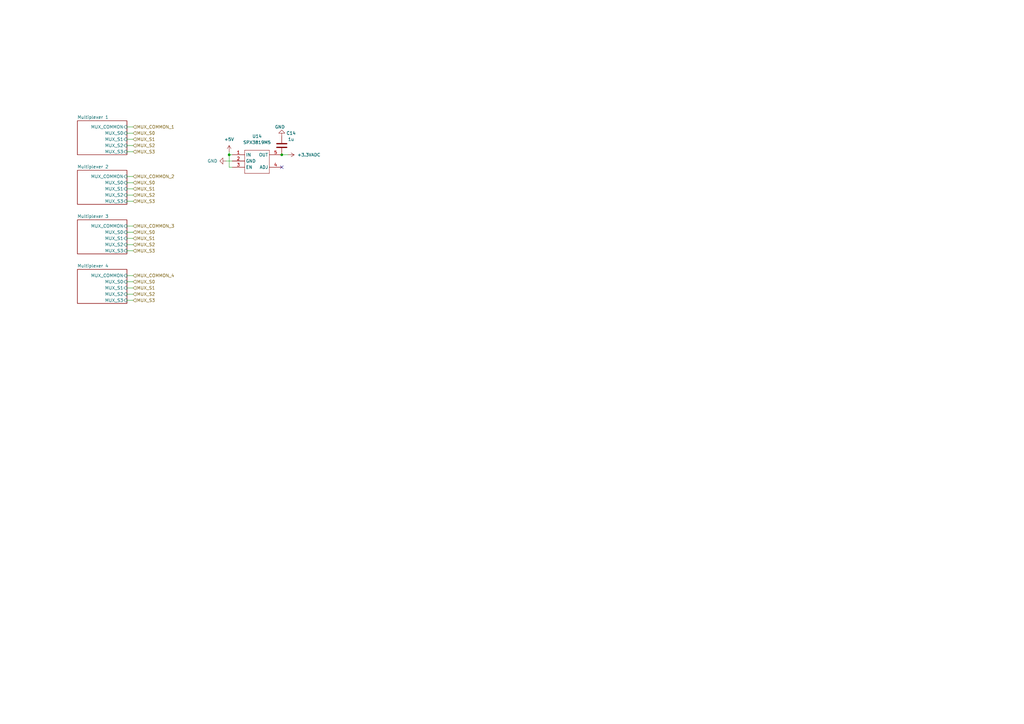
<source format=kicad_sch>
(kicad_sch (version 20211123) (generator eeschema)
  (paper "A3")
  (lib_symbols
    (symbol "Device:C" (pin_numbers hide) (pin_names (offset 0.254))
      (property "Reference" "C" (at 0.635 2.54 0))
      (property "Value" "C" (at 0.635 -2.54 0))
      (symbol "C_0_1"
        (polyline (pts (xy -2.032 -0.762) (xy 2.032 -0.762)) (stroke (width 0.508)))
        (polyline (pts (xy -2.032 0.762) (xy 2.032 0.762)) (stroke (width 0.508)))
      )
      (symbol "C_1_1"
        (pin passive line (at 0 3.81 270) (length 2.794) (name "~") (number "1"))
        (pin passive line (at 0 -3.81 90) (length 2.794) (name "~") (number "2"))
      )
    )
    (symbol "igor_lib:SPX3819M5"
      (property "Reference" "U?" (at 5.08 13.97 0))
      (property "Value" "SPX3819M5" (at 5.08 11.43 0))
      (symbol "SPX3819M5_0_1"
        (rectangle (start 0 9.525) (end 10.16 0))
      )
      (symbol "SPX3819M5_1_1"
        (pin power_in line (at -5.08 7.62 0) (length 5.08) (name "IN") (number "1"))
        (pin power_in line (at -5.08 5.08 0) (length 5.08) (name "GND") (number "2"))
        (pin input line (at -5.08 2.54 0) (length 5.08) (name "EN") (number "3"))
        (pin input line (at 15.24 2.54 180) (length 5.08) (name "ADJ") (number "4"))
        (pin power_out line (at 15.24 7.62 180) (length 5.08) (name "OUT") (number "5"))
      )
    )
    (symbol "power:+3.3VADC" (power) (pin_names (offset 0))
      (property "Value" "+3.3VADC" (at 0 2.54 0))
      (symbol "+3.3VADC_0_0"
        (pin power_in line (at 0 0 90) (length 0) hide (name "+3.3VADC") (number "1"))
      )
      (symbol "+3.3VADC_0_1"
        (polyline (pts (xy -0.762 1.27) (xy 0 2.54)))
        (polyline (pts (xy 0 0) (xy 0 2.54)))
        (polyline (pts (xy 0 2.54) (xy 0.762 1.27)))
      )
    )
    (symbol "power:+5V" (power) (pin_names (offset 0))
      (property "Value" "+5V" (at 0 3.556 0))
      (symbol "+5V_0_1"
        (polyline (pts (xy -0.762 1.27) (xy 0 2.54)))
        (polyline (pts (xy 0 0) (xy 0 2.54)))
        (polyline (pts (xy 0 2.54) (xy 0.762 1.27)))
      )
      (symbol "+5V_1_1"
        (pin power_in line (at 0 0 90) (length 0) hide (name "+5V") (number "1"))
      )
    )
    (symbol "power:GND" (power) (pin_names (offset 0))
      (property "Value" "GND" (at 0 -3.81 0))
      (symbol "GND_0_1"
        (polyline (pts (xy 0 0) (xy 0 -1.27) (xy 1.27 -1.27) (xy 0 -2.54) (xy -1.27 -1.27) (xy 0 -1.27)))
      )
      (symbol "GND_1_1"
        (pin power_in line (at 0 0 270) (length 0) hide (name "GND") (number "1"))
      )
    )
  )
  (junction (at 115.57 63.5))
  (junction (at 93.98 63.5))
  (no_connect (at 115.57 68.58))
  (wire (pts (xy 52.07 118.11) (xy 54.61 118.11)))
  (wire (pts (xy 52.07 113.03) (xy 54.61 113.03)))
  (wire (pts (xy 52.07 54.61) (xy 54.61 54.61)))
  (wire (pts (xy 52.07 80.01) (xy 54.61 80.01)))
  (wire (pts (xy 52.07 82.55) (xy 54.61 82.55)))
  (wire (pts (xy 52.07 92.71) (xy 54.61 92.71)))
  (wire (pts (xy 52.07 102.87) (xy 54.61 102.87)))
  (wire (pts (xy 52.07 74.93) (xy 54.61 74.93)))
  (wire (pts (xy 93.98 62.23) (xy 93.98 63.5)))
  (wire (pts (xy 52.07 123.19) (xy 54.61 123.19)))
  (wire (pts (xy 118.11 63.5) (xy 115.57 63.5)))
  (wire (pts (xy 52.07 52.07) (xy 54.61 52.07)))
  (wire (pts (xy 52.07 115.57) (xy 54.61 115.57)))
  (wire (pts (xy 52.07 59.69) (xy 54.61 59.69)))
  (wire (pts (xy 52.07 120.65) (xy 54.61 120.65)))
  (wire (pts (xy 93.98 63.5) (xy 95.25 63.5)))
  (wire (pts (xy 52.07 57.15) (xy 54.61 57.15)))
  (wire (pts (xy 93.98 63.5) (xy 93.98 68.58)))
  (wire (pts (xy 52.07 100.33) (xy 54.61 100.33)))
  (wire (pts (xy 95.25 68.58) (xy 93.98 68.58)))
  (wire (pts (xy 52.07 77.47) (xy 54.61 77.47)))
  (wire (pts (xy 52.07 97.79) (xy 54.61 97.79)))
  (wire (pts (xy 52.07 72.39) (xy 54.61 72.39)))
  (wire (pts (xy 52.07 95.25) (xy 54.61 95.25)))
  (wire (pts (xy 52.07 62.23) (xy 54.61 62.23)))
  (wire (pts (xy 92.71 66.04) (xy 95.25 66.04)))
  (hierarchical_label "MUX_S3" (shape input) (at 54.61 123.19 0))
  (hierarchical_label "MUX_S0" (shape input) (at 54.61 115.57 0))
  (hierarchical_label "MUX_S2" (shape input) (at 54.61 100.33 0))
  (hierarchical_label "MUX_S2" (shape input) (at 54.61 120.65 0))
  (hierarchical_label "MUX_S3" (shape input) (at 54.61 102.87 0))
  (hierarchical_label "MUX_S2" (shape input) (at 54.61 80.01 0))
  (hierarchical_label "MUX_S1" (shape input) (at 54.61 97.79 0))
  (hierarchical_label "MUX_S1" (shape input) (at 54.61 57.15 0))
  (hierarchical_label "MUX_S2" (shape input) (at 54.61 59.69 0))
  (hierarchical_label "MUX_S3" (shape input) (at 54.61 82.55 0))
  (hierarchical_label "MUX_S1" (shape input) (at 54.61 118.11 0))
  (hierarchical_label "MUX_COMMON_4" (shape input) (at 54.61 113.03 0))
  (hierarchical_label "MUX_S0" (shape input) (at 54.61 54.61 0))
  (hierarchical_label "MUX_S0" (shape input) (at 54.61 74.93 0))
  (hierarchical_label "MUX_S1" (shape input) (at 54.61 77.47 0))
  (hierarchical_label "MUX_COMMON_1" (shape input) (at 54.61 52.07 0))
  (hierarchical_label "MUX_S0" (shape input) (at 54.61 95.25 0))
  (hierarchical_label "MUX_COMMON_2" (shape input) (at 54.61 72.39 0))
  (hierarchical_label "MUX_S3" (shape input) (at 54.61 62.23 0))
  (hierarchical_label "MUX_COMMON_3" (shape input) (at 54.61 92.71 0))
  (symbol (lib_id "igor_lib:SPX3819M5") (at 100.33 71.12 0) (unit 1)
    (property "Reference" "U14" (at 105.41 55.88 0))
    (property "Value" "SPX3819M5" (at 105.41 58.42 0))
    (property "Footprint" "Package_TO_SOT_SMD:SOT-23-5" (effects hide))
    (property "LCSC" "C9055" (effects hide))
  )
  (symbol (lib_id "power:+5V") (at 93.98 62.23 0) (unit 1)
    (property "Reference" "#PWR0115" (effects hide))
    (property "Value" "+5V" (at 93.98 57.15 0))
  )
  (symbol (lib_id "power:GND") (at 92.71 66.04 270) (unit 1)
    (property "Reference" "#PWR0118" (effects hide))
    (property "Value" "GND" (at 85.09 66.04 90) (effects (justify left)))
  )
  (symbol (lib_id "power:GND") (at 115.57 55.88 180) (unit 1)
    (property "Reference" "#PWR0121" (effects hide))
    (property "Value" "GND" (at 116.84 52.07 0) (effects (justify left)))
  )
  (symbol (lib_id "power:+3.3VADC") (at 118.11 63.5 270) (unit 1)
    (property "Reference" "#PWR0120" (effects hide))
    (property "Value" "+3.3VADC" (at 121.92 63.4999 90) (effects (justify left)))
  )
  (symbol (lib_id "Device:C") (at 115.57 59.69 0) (unit 1)
    (property "Reference" "C14" (at 119.38 54.61 0))
    (property "Value" "1u" (at 119.38 57.15 0))
    (property "Footprint" "Capacitor_SMD:C_0402_1005Metric" (effects hide))
    (property "LCSC" "C52923" (effects hide))
  )
  (sheet (at 31.75 69.85) (size 20.32 13.97) (stroke (width 0.1524))
    (property "Sheet name" "Multiplexer 2" (at 31.75 69.1384 0) (effects (justify left bottom)))
    (property "Sheet file" "Analog_Multiplexer.kicad_sch" (effects hide))
    (pin "MUX_COMMON" input (at 52.07 72.39 0))
    (pin "MUX_S2" input (at 52.07 80.01 0))
    (pin "MUX_S0" input (at 52.07 74.93 0))
    (pin "MUX_S1" input (at 52.07 77.47 0))
    (pin "MUX_S3" input (at 52.07 82.55 0))
  )
  (sheet (at 31.75 49.53) (size 20.32 13.97) (stroke (width 0.1524))
    (property "Sheet name" "Multiplexer 1" (at 31.75 48.8184 0) (effects (justify left bottom)))
    (property "Sheet file" "Analog_Multiplexer.kicad_sch" (effects hide))
    (pin "MUX_COMMON" input (at 52.07 52.07 0))
    (pin "MUX_S2" input (at 52.07 59.69 0))
    (pin "MUX_S0" input (at 52.07 54.61 0))
    (pin "MUX_S1" input (at 52.07 57.15 0))
    (pin "MUX_S3" input (at 52.07 62.23 0))
  )
  (sheet (at 31.75 110.49) (size 20.32 13.97) (stroke (width 0.1524))
    (property "Sheet name" "Multiplexer 4" (at 31.75 109.7784 0) (effects (justify left bottom)))
    (property "Sheet file" "Analog_Multiplexer.kicad_sch" (effects hide))
    (pin "MUX_COMMON" input (at 52.07 113.03 0))
    (pin "MUX_S2" input (at 52.07 120.65 0))
    (pin "MUX_S0" input (at 52.07 115.57 0))
    (pin "MUX_S1" input (at 52.07 118.11 0))
    (pin "MUX_S3" input (at 52.07 123.19 0))
  )
  (sheet (at 31.75 90.17) (size 20.32 13.97) (stroke (width 0.1524))
    (property "Sheet name" "Multiplexer 3" (at 31.75 89.4584 0) (effects (justify left bottom)))
    (property "Sheet file" "Analog_Multiplexer.kicad_sch" (effects hide))
    (pin "MUX_COMMON" input (at 52.07 92.71 0))
    (pin "MUX_S2" input (at 52.07 100.33 0))
    (pin "MUX_S0" input (at 52.07 95.25 0))
    (pin "MUX_S1" input (at 52.07 97.79 0))
    (pin "MUX_S3" input (at 52.07 102.87 0))
  )
)
</source>
